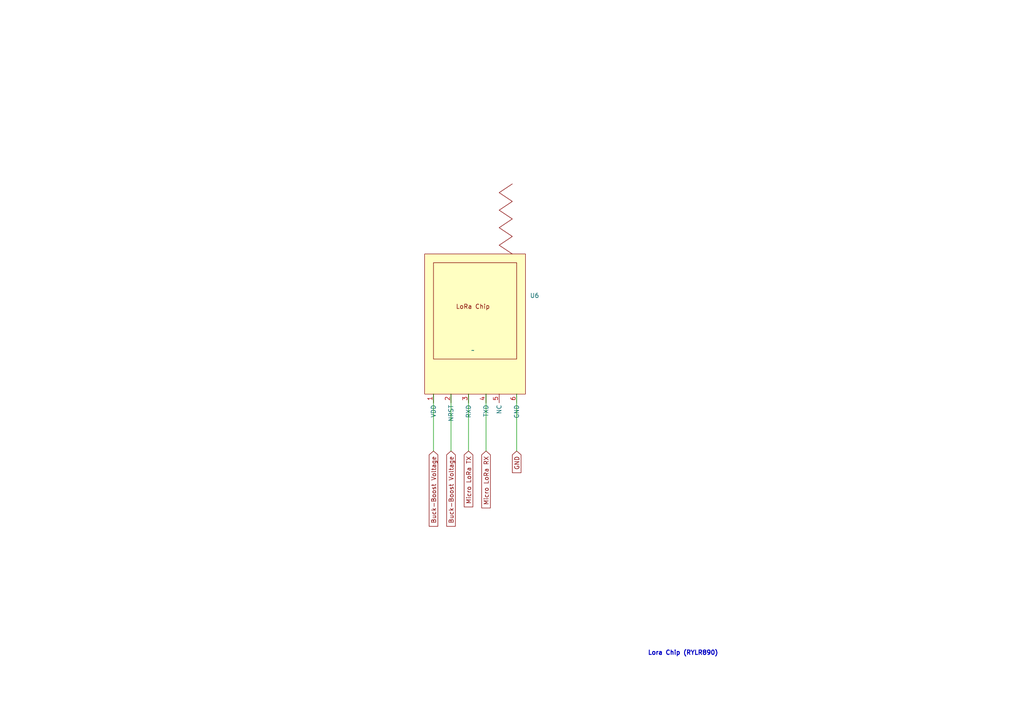
<source format=kicad_sch>
(kicad_sch (version 20231120) (generator "eeschema") (generator_version "8.0")
  (paper "A4")
  (lib_symbols
    (symbol "LoRa Chip:RYLR896"
      (property "Reference" "U" (at 0 0 0))
      (symbol "RYLR896_0_1"
        (rectangle (start -13.97 27.94) (end 15.24 -12.7) (fill (type background)))
        (rectangle (start -11.43 25.4) (end 12.7 -2.54))
        (polyline (pts (xy 11.43 27.94) (xy 7.62 30.48) (xy 11.43 33.02) (xy 7.62 35.56) (xy 11.43 38.1) (xy 7.62 40.64) (xy 11.43 43.18) (xy 7.62 45.72) (xy 11.43 48.26)))
        (text "LoRa Chip" (at 0 12.7 0) (effects (font (size 1.27 1.27))))
      )
      (symbol "RYLR896_1_1"
        (pin power_in line (at -11.43 -12.7 270) (length 2.54) (name "VDD") (number "1"))
        (pin input line (at -6.35 -12.7 270) (length 2.54) (name "NRST") (number "2"))
        (pin input line (at -1.27 -12.7 270) (length 2.54) (name "RXD") (number "3"))
        (pin output line (at 3.81 -12.7 270) (length 2.54) (name "TXD") (number "4"))
        (pin free line (at 7.62 -12.7 270) (length 2.54) (name "NC") (number "5"))
        (pin power_out line (at 12.7 -12.7 270) (length 2.54) (name "GND") (number "6"))
      )
    )
  )
  (wire (pts (xy 140.97 114.3) (xy 140.97 130.81)))
  (wire (pts (xy 135.89 114.3) (xy 135.89 130.81)))
  (wire (pts (xy 149.86 114.3) (xy 149.86 130.81)))
  (wire (pts (xy 130.81 114.3) (xy 130.81 130.81)))
  (wire (pts (xy 125.73 114.3) (xy 125.73 130.81)))
  (text "Lora Chip (RYLR890)" (at 198.12 189.484 0) (effects (font (size 1.27 1.27) (thickness 0.254) (bold yes))))
  (global_label "Micro LoRa RX" (shape input) (at 140.97 130.81 270) (property "Intersheetrefs" "${INTERSHEET_REFS}" (effects (hide yes))))
  (global_label "GND" (shape input) (at 149.86 130.81 270) (property "Intersheetrefs" "${INTERSHEET_REFS}" (effects (hide yes))))
  (global_label "Micro LoRa TX" (shape input) (at 135.89 130.81 270) (property "Intersheetrefs" "${INTERSHEET_REFS}" (effects (hide yes))))
  (global_label "Buck-Boost Voltage" (shape input) (at 130.81 130.81 270) (property "Intersheetrefs" "${INTERSHEET_REFS}" (effects (hide yes))))
  (global_label "Buck-Boost Voltage" (shape input) (at 125.73 130.81 270) (property "Intersheetrefs" "${INTERSHEET_REFS}" (effects (hide yes))))
  (symbol (lib_id "LoRa Chip:RYLR896") (at 137.16 101.6 0) (unit 1)
    (property "Reference" "U6" (at 153.67 85.725 0) (effects (justify left)))
    (property "Value" "~" (at 137.16 101.6 0))
    (property "Footprint" "LoRa Chip:LoRa Chip" (effects (hide yes)))
  )
)
</source>
